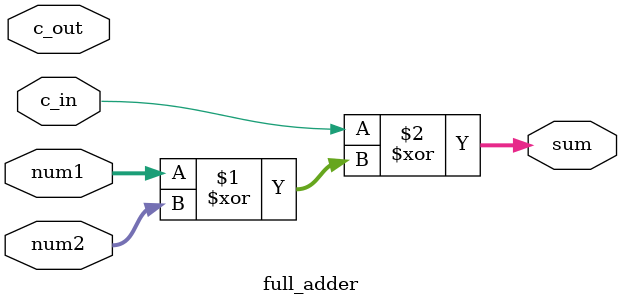
<source format=v>



//Short description:
// Implement a 8 bits full adder, after a half adder has been implemented and simulated.
// The 8 bits full adder could also be visualized within (Digital Logic Sim from Sebastian Lague)
// https://sebastian.itch.io/digital-logic-sim


// sum = c_in XOR (A XOR B)
// c_out = AB + c_in (A XOR B) 

`timescale 1ns/1ps

module full_adder(sum, c_out, c_in, num1, num2);


input  [7:0] num1, num2;
input c_in;
output [7:0] sum;
input c_out;

assign sum = c_in ^ (num1 ^ num2);
assign c_out = num1 & num2 + c_in & (num1 ^ num2);

endmodule
</source>
